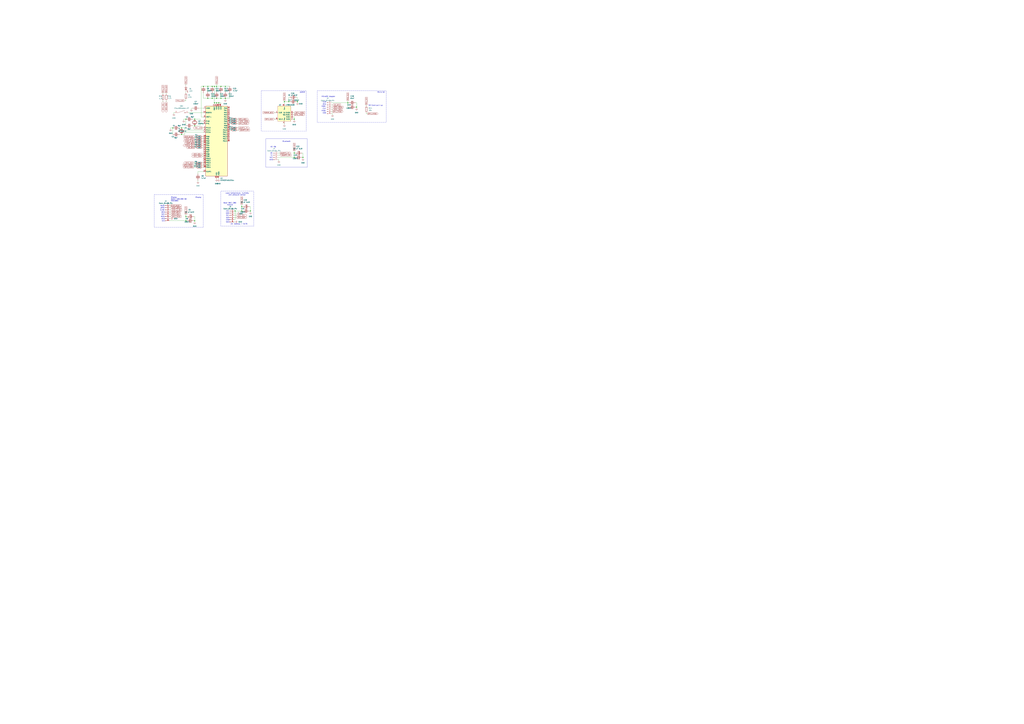
<source format=kicad_sch>
(kicad_sch (version 20250114) (generator "eeschema") (generator_version "9.0")
  (paper "A0")
  (title_block (title "Rainforest - Libre Weather Station") (company "Shakti Lucidia") (comment 1 "AGPLv3+"))
  (lib_symbols
    (symbol "Connector:Conn_01x04_Pin" (pin_names (offset 1.016) (hide yes))
      (property "Reference" "J" (at 0 5.08 0))
      (property "Value" "Conn_01x04_Pin" (at 0 -7.62 0))
      (symbol "Conn_01x04_Pin_1_1"
        (rectangle (start 0.8636 2.667) (end 0 2.413) (stroke (width 0.1524)) (fill (type outline)))
        (rectangle (start 0.8636 0.127) (end 0 -0.127) (stroke (width 0.1524)) (fill (type outline)))
        (rectangle (start 0.8636 -2.413) (end 0 -2.667) (stroke (width 0.1524)) (fill (type outline)))
        (rectangle (start 0.8636 -4.953) (end 0 -5.207) (stroke (width 0.1524)) (fill (type outline)))
        (polyline (pts (xy 1.27 2.54) (xy 0.8636 2.54)) (stroke (width 0.1524)))
        (polyline (pts (xy 1.27 0) (xy 0.8636 0)) (stroke (width 0.1524)))
        (polyline (pts (xy 1.27 -2.54) (xy 0.8636 -2.54)) (stroke (width 0.1524)))
        (polyline (pts (xy 1.27 -5.08) (xy 0.8636 -5.08)) (stroke (width 0.1524)))
        (pin passive line (at 5.08 2.54 180) (length 3.81) (name "Pin_1") (number "1"))
        (pin passive line (at 5.08 0 180) (length 3.81) (name "Pin_2") (number "2"))
        (pin passive line (at 5.08 -2.54 180) (length 3.81) (name "Pin_3") (number "3"))
        (pin passive line (at 5.08 -5.08 180) (length 3.81) (name "Pin_4") (number "4"))
      )
    )
    (symbol "Connector:Conn_01x06_Pin" (pin_names (offset 1.016) (hide yes))
      (property "Reference" "J" (at 0 7.62 0))
      (property "Value" "Conn_01x06_Pin" (at 0 -10.16 0))
      (symbol "Conn_01x06_Pin_1_1"
        (rectangle (start 0.8636 5.207) (end 0 4.953) (stroke (width 0.1524)) (fill (type outline)))
        (rectangle (start 0.8636 2.667) (end 0 2.413) (stroke (width 0.1524)) (fill (type outline)))
        (rectangle (start 0.8636 0.127) (end 0 -0.127) (stroke (width 0.1524)) (fill (type outline)))
        (rectangle (start 0.8636 -2.413) (end 0 -2.667) (stroke (width 0.1524)) (fill (type outline)))
        (rectangle (start 0.8636 -4.953) (end 0 -5.207) (stroke (width 0.1524)) (fill (type outline)))
        (rectangle (start 0.8636 -7.493) (end 0 -7.747) (stroke (width 0.1524)) (fill (type outline)))
        (polyline (pts (xy 1.27 5.08) (xy 0.8636 5.08)) (stroke (width 0.1524)))
        (polyline (pts (xy 1.27 2.54) (xy 0.8636 2.54)) (stroke (width 0.1524)))
        (polyline (pts (xy 1.27 0) (xy 0.8636 0)) (stroke (width 0.1524)))
        (polyline (pts (xy 1.27 -2.54) (xy 0.8636 -2.54)) (stroke (width 0.1524)))
        (polyline (pts (xy 1.27 -5.08) (xy 0.8636 -5.08)) (stroke (width 0.1524)))
        (polyline (pts (xy 1.27 -7.62) (xy 0.8636 -7.62)) (stroke (width 0.1524)))
        (pin passive line (at 5.08 5.08 180) (length 3.81) (name "Pin_1") (number "1"))
        (pin passive line (at 5.08 2.54 180) (length 3.81) (name "Pin_2") (number "2"))
        (pin passive line (at 5.08 0 180) (length 3.81) (name "Pin_3") (number "3"))
        (pin passive line (at 5.08 -2.54 180) (length 3.81) (name "Pin_4") (number "4"))
        (pin passive line (at 5.08 -5.08 180) (length 3.81) (name "Pin_5") (number "5"))
        (pin passive line (at 5.08 -7.62 180) (length 3.81) (name "Pin_6") (number "6"))
      )
    )
    (symbol "Connector:Conn_01x08_Pin" (pin_names (offset 1.016) (hide yes))
      (property "Reference" "J" (at 0 10.16 0))
      (property "Value" "Conn_01x08_Pin" (at 0 -12.7 0))
      (symbol "Conn_01x08_Pin_1_1"
        (rectangle (start 0.8636 7.747) (end 0 7.493) (stroke (width 0.1524)) (fill (type outline)))
        (rectangle (start 0.8636 5.207) (end 0 4.953) (stroke (width 0.1524)) (fill (type outline)))
        (rectangle (start 0.8636 2.667) (end 0 2.413) (stroke (width 0.1524)) (fill (type outline)))
        (rectangle (start 0.8636 0.127) (end 0 -0.127) (stroke (width 0.1524)) (fill (type outline)))
        (rectangle (start 0.8636 -2.413) (end 0 -2.667) (stroke (width 0.1524)) (fill (type outline)))
        (rectangle (start 0.8636 -4.953) (end 0 -5.207) (stroke (width 0.1524)) (fill (type outline)))
        (rectangle (start 0.8636 -7.493) (end 0 -7.747) (stroke (width 0.1524)) (fill (type outline)))
        (rectangle (start 0.8636 -10.033) (end 0 -10.287) (stroke (width 0.1524)) (fill (type outline)))
        (polyline (pts (xy 1.27 7.62) (xy 0.8636 7.62)) (stroke (width 0.1524)))
        (polyline (pts (xy 1.27 5.08) (xy 0.8636 5.08)) (stroke (width 0.1524)))
        (polyline (pts (xy 1.27 2.54) (xy 0.8636 2.54)) (stroke (width 0.1524)))
        (polyline (pts (xy 1.27 0) (xy 0.8636 0)) (stroke (width 0.1524)))
        (polyline (pts (xy 1.27 -2.54) (xy 0.8636 -2.54)) (stroke (width 0.1524)))
        (polyline (pts (xy 1.27 -5.08) (xy 0.8636 -5.08)) (stroke (width 0.1524)))
        (polyline (pts (xy 1.27 -7.62) (xy 0.8636 -7.62)) (stroke (width 0.1524)))
        (polyline (pts (xy 1.27 -10.16) (xy 0.8636 -10.16)) (stroke (width 0.1524)))
        (pin passive line (at 5.08 7.62 180) (length 3.81) (name "Pin_1") (number "1"))
        (pin passive line (at 5.08 5.08 180) (length 3.81) (name "Pin_2") (number "2"))
        (pin passive line (at 5.08 2.54 180) (length 3.81) (name "Pin_3") (number "3"))
        (pin passive line (at 5.08 0 180) (length 3.81) (name "Pin_4") (number "4"))
        (pin passive line (at 5.08 -2.54 180) (length 3.81) (name "Pin_5") (number "5"))
        (pin passive line (at 5.08 -5.08 180) (length 3.81) (name "Pin_6") (number "6"))
        (pin passive line (at 5.08 -7.62 180) (length 3.81) (name "Pin_7") (number "7"))
        (pin passive line (at 5.08 -10.16 180) (length 3.81) (name "Pin_8") (number "8"))
      )
    )
    (symbol "Device:C" (pin_numbers (hide yes)) (pin_names (offset 0.254))
      (property "Reference" "C" (at 0.635 2.54 0))
      (property "Value" "C" (at 0.635 -2.54 0))
      (symbol "C_0_1"
        (polyline (pts (xy -2.032 0.762) (xy 2.032 0.762)) (stroke (width 0.508)))
        (polyline (pts (xy -2.032 -0.762) (xy 2.032 -0.762)) (stroke (width 0.508)))
      )
      (symbol "C_1_1"
        (pin passive line (at 0 3.81 270) (length 2.794) (name "~") (number "1"))
        (pin passive line (at 0 -3.81 90) (length 2.794) (name "~") (number "2"))
      )
    )
    (symbol "Device:C_Polarized" (pin_numbers (hide yes)) (pin_names (offset 0.254))
      (property "Reference" "C" (at 0.635 2.54 0))
      (property "Value" "C_Polarized" (at 0.635 -2.54 0))
      (symbol "C_Polarized_0_1"
        (rectangle (start -2.286 0.508) (end 2.286 1.016))
        (polyline (pts (xy -1.778 2.286) (xy -0.762 2.286)))
        (polyline (pts (xy -1.27 2.794) (xy -1.27 1.778)))
        (rectangle (start 2.286 -0.508) (end -2.286 -1.016) (fill (type outline)))
      )
      (symbol "C_Polarized_1_1"
        (pin passive line (at 0 3.81 270) (length 2.794) (name "~") (number "1"))
        (pin passive line (at 0 -3.81 90) (length 2.794) (name "~") (number "2"))
      )
    )
    (symbol "Device:CircuitBreaker_1P"
      (property "Reference" "CB" (at 1.905 0 0))
      (property "Value" "CircuitBreaker_1P" (at 1.905 1.905 0))
      (symbol "CircuitBreaker_1P_0_1"
        (polyline (pts (xy 0 -3.81) (xy -2.54 3.81)))
        (polyline (pts (xy 0 -5.08) (xy 0 -3.81)))
      )
      (symbol "CircuitBreaker_1P_1_1"
        (polyline (pts (xy -0.635 4.445) (xy 0.635 3.175)))
        (polyline (pts (xy 0 5.08) (xy 0 3.81)))
        (polyline (pts (xy 0.635 4.445) (xy -0.635 3.175)))
        (pin passive line (at 0 7.62 270) (length 2.54) (name "~") (number "1"))
        (pin passive line (at 0 -7.62 90) (length 2.54) (name "~") (number "2"))
      )
    )
    (symbol "Device:Crystal" (pin_numbers (hide yes)) (pin_names (offset 1.016) (hide yes))
      (property "Reference" "Y" (at 0 3.81 0))
      (property "Value" "Crystal" (at 0 -3.81 0))
      (symbol "Crystal_0_1"
        (polyline (pts (xy -2.54 0) (xy -1.905 0)))
        (polyline (pts (xy -1.905 -1.27) (xy -1.905 1.27)) (stroke (width 0.508)))
        (rectangle (start -1.143 2.54) (end 1.143 -2.54) (stroke (width 0.3048)))
        (polyline (pts (xy 1.905 -1.27) (xy 1.905 1.27)) (stroke (width 0.508)))
        (polyline (pts (xy 2.54 0) (xy 1.905 0)))
      )
      (symbol "Crystal_1_1"
        (pin passive line (at -3.81 0 0) (length 1.27) (name "1") (number "1"))
        (pin passive line (at 3.81 0 180) (length 1.27) (name "2") (number "2"))
      )
    )
    (symbol "Device:LED" (pin_numbers (hide yes)) (pin_names (offset 1.016) (hide yes))
      (property "Reference" "D" (at 0 2.54 0))
      (property "Value" "LED" (at 0 -2.54 0))
      (symbol "LED_0_1"
        (polyline (pts (xy -3.048 -0.762) (xy -4.572 -2.286) (xy -3.81 -2.286) (xy -4.572 -2.286) (xy -4.572 -1.524)))
        (polyline (pts (xy -1.778 -0.762) (xy -3.302 -2.286) (xy -2.54 -2.286) (xy -3.302 -2.286) (xy -3.302 -1.524)))
        (polyline (pts (xy -1.27 0) (xy 1.27 0)))
        (polyline (pts (xy -1.27 -1.27) (xy -1.27 1.27)) (stroke (width 0.254)))
        (polyline (pts (xy 1.27 -1.27) (xy 1.27 1.27) (xy -1.27 0) (xy 1.27 -1.27)) (stroke (width 0.254)))
      )
      (symbol "LED_1_1"
        (pin passive line (at -3.81 0 0) (length 2.54) (name "K") (number "1"))
        (pin passive line (at 3.81 0 180) (length 2.54) (name "A") (number "2"))
      )
    )
    (symbol "Device:R" (pin_numbers (hide yes)) (pin_names (offset 0))
      (property "Reference" "R" (at 2.032 0 90))
      (property "Value" "R" (at 0 0 90))
      (symbol "R_0_1"
        (rectangle (start -1.016 -2.54) (end 1.016 2.54) (stroke (width 0.254)))
      )
      (symbol "R_1_1"
        (pin passive line (at 0 3.81 270) (length 1.27) (name "~") (number "1"))
        (pin passive line (at 0 -3.81 90) (length 1.27) (name "~") (number "2"))
      )
    )
    (symbol "GND_1" (power) (pin_numbers (hide yes)) (pin_names (offset 0) (hide yes))
      (property "Value" "GND" (at 0 -3.81 0))
      (symbol "GND_1_0_1"
        (polyline (pts (xy 0 0) (xy 0 -1.27) (xy 1.27 -1.27) (xy 0 -2.54) (xy -1.27 -1.27) (xy 0 -1.27)))
      )
      (symbol "GND_1_1_1"
        (pin power_in line (at 0 0 270) (length 0) (name "~") (number "1"))
      )
    )
    (symbol "GND_2" (power) (pin_numbers (hide yes)) (pin_names (offset 0) (hide yes))
      (property "Value" "GND" (at 0 -3.81 0))
      (symbol "GND_2_0_1"
        (polyline (pts (xy 0 0) (xy 0 -1.27) (xy 1.27 -1.27) (xy 0 -2.54) (xy -1.27 -1.27) (xy 0 -1.27)))
      )
      (symbol "GND_2_1_1"
        (pin power_in line (at 0 0 270) (length 0) (name "~") (number "1"))
      )
    )
    (symbol "GND_3" (power) (pin_numbers (hide yes)) (pin_names (offset 0) (hide yes))
      (property "Value" "GND" (at 0 -3.81 0))
      (symbol "GND_3_0_1"
        (polyline (pts (xy 0 0) (xy 0 -1.27) (xy 1.27 -1.27) (xy 0 -2.54) (xy -1.27 -1.27) (xy 0 -1.27)))
      )
      (symbol "GND_3_1_1"
        (pin power_in line (at 0 0 270) (length 0) (name "~") (number "1"))
      )
    )
    (symbol "MCU_ST_STM32F4:STM32F401CCUx"
      (property "Reference" "U" (at -12.7 41.91 0))
      (property "Value" "STM32F401CCUx" (at 7.62 41.91 0))
      (symbol "STM32F401CCUx_0_1"
        (rectangle (start -12.7 -40.64) (end 12.7 40.64) (stroke (width 0.254)) (fill (type background)))
      )
      (symbol "STM32F401CCUx_1_1"
        (pin input line (at -15.24 38.1 0) (length 2.54) (name "NRST") (number "7"))
        (pin input line (at -15.24 33.02 0) (length 2.54) (name "BOOT0") (number "44"))
        (pin input line (at -15.24 27.94 0) (length 2.54) (name "VREF+") (number "9"))
        (pin bidirectional line (at -15.24 22.86 0) (length 2.54) (name "PH0") (number "5"))
        (pin bidirectional line (at -15.24 20.32 0) (length 2.54) (name "PH1") (number "6"))
        (pin bidirectional line (at -15.24 15.24 0) (length 2.54) (name "PC13") (number "2"))
        (pin bidirectional line (at -15.24 12.7 0) (length 2.54) (name "PC14") (number "3"))
        (pin bidirectional line (at -15.24 10.16 0) (length 2.54) (name "PC15") (number "4"))
        (pin bidirectional line (at -15.24 5.08 0) (length 2.54) (name "PB0") (number "18"))
        (pin bidirectional line (at -15.24 2.54 0) (length 2.54) (name "PB1") (number "19"))
        (pin bidirectional line (at -15.24 0 0) (length 2.54) (name "PB2") (number "20"))
        (pin bidirectional line (at -15.24 -2.54 0) (length 2.54) (name "PB3") (number "39"))
        (pin bidirectional line (at -15.24 -5.08 0) (length 2.54) (name "PB4") (number "40"))
        (pin bidirectional line (at -15.24 -7.62 0) (length 2.54) (name "PB5") (number "41"))
        (pin bidirectional line (at -15.24 -10.16 0) (length 2.54) (name "PB6") (number "42"))
        (pin bidirectional line (at -15.24 -12.7 0) (length 2.54) (name "PB7") (number "43"))
        (pin bidirectional line (at -15.24 -15.24 0) (length 2.54) (name "PB8") (number "45"))
        (pin bidirectional line (at -15.24 -17.78 0) (length 2.54) (name "PB9") (number "46"))
        (pin bidirectional line (at -15.24 -20.32 0) (length 2.54) (name "PB10") (number "21"))
        (pin bidirectional line (at -15.24 -22.86 0) (length 2.54) (name "PB12") (number "25"))
        (pin bidirectional line (at -15.24 -25.4 0) (length 2.54) (name "PB13") (number "26"))
        (pin bidirectional line (at -15.24 -27.94 0) (length 2.54) (name "PB14") (number "27"))
        (pin bidirectional line (at -15.24 -30.48 0) (length 2.54) (name "PB15") (number "28"))
        (pin power_out line (at -15.24 -35.56 0) (length 2.54) (name "VCAP1") (number "22"))
        (pin power_in line (at -2.54 43.18 270) (length 2.54) (name "VBAT") (number "1"))
        (pin power_in line (at 0 43.18 270) (length 2.54) (name "VDD") (number "24"))
        (pin power_in line (at 0 -43.18 90) (length 2.54) (name "VSS") (number "23"))
        (pin passive line (at 0 -43.18 90) (length 2.54) (hide yes) (name "VSS") (number "35"))
        (pin passive line (at 0 -43.18 90) (length 2.54) (hide yes) (name "VSS") (number "47"))
        (pin passive line (at 0 -43.18 90) (length 2.54) (hide yes) (name "VSS") (number "49"))
        (pin power_in line (at 2.54 43.18 270) (length 2.54) (name "VDD") (number "36"))
        (pin power_in line (at 2.54 -43.18 90) (length 2.54) (name "VSSA") (number "8"))
        (pin power_in line (at 5.08 43.18 270) (length 2.54) (name "VDD") (number "48"))
        (pin bidirectional line (at 15.24 38.1 180) (length 2.54) (name "PA0") (number "10"))
        (pin bidirectional line (at 15.24 35.56 180) (length 2.54) (name "PA1") (number "11"))
        (pin bidirectional line (at 15.24 33.02 180) (length 2.54) (name "PA2") (number "12"))
        (pin bidirectional line (at 15.24 30.48 180) (length 2.54) (name "PA3") (number "13"))
        (pin bidirectional line (at 15.24 27.94 180) (length 2.54) (name "PA4") (number "14"))
        (pin bidirectional line (at 15.24 25.4 180) (length 2.54) (name "PA5") (number "15"))
        (pin bidirectional line (at 15.24 22.86 180) (length 2.54) (name "PA6") (number "16"))
        (pin bidirectional line (at 15.24 20.32 180) (length 2.54) (name "PA7") (number "17"))
        (pin bidirectional line (at 15.24 17.78 180) (length 2.54) (name "PA8") (number "29"))
        (pin bidirectional line (at 15.24 15.24 180) (length 2.54) (name "PA9") (number "30"))
        (pin bidirectional line (at 15.24 12.7 180) (length 2.54) (name "PA10") (number "31"))
        (pin bidirectional line (at 15.24 10.16 180) (length 2.54) (name "PA11") (number "32"))
        (pin bidirectional line (at 15.24 7.62 180) (length 2.54) (name "PA12") (number "33"))
        (pin bidirectional line (at 15.24 5.08 180) (length 2.54) (name "PA13") (number "34"))
        (pin bidirectional line (at 15.24 2.54 180) (length 2.54) (name "PA14") (number "37"))
        (pin bidirectional line (at 15.24 0 180) (length 2.54) (name "PA15") (number "38"))
      )
    )
    (symbol "power:GND" (power) (pin_names (offset 0))
      (property "Value" "GND" (at 0 -3.81 0))
      (symbol "GND_0_1"
        (polyline (pts (xy 0 0) (xy 0 -1.27) (xy 1.27 -1.27) (xy 0 -2.54) (xy -1.27 -1.27) (xy 0 -1.27)))
      )
      (symbol "GND_1_1"
        (pin power_in line (at 0 0 270) (length 0) (hide yes) (name "GND") (number "1"))
      )
    )
    (symbol "shakti library:LY68L6400" (pin_names (offset 1.016))
      (property "Reference" "U" (at 1.27 -3.81 0))
      (property "Value" "LY68L6400" (at 0 -10.16 0))
      (symbol "LY68L6400_0_1"
        (rectangle (start -7.62 -5.08) (end 7.62 -22.86) (fill (type background)))
      )
      (symbol "LY68L6400_1_1"
        (pin input line (at -10.16 -12.7 0) (length 2.54) (name "CE#") (number "1"))
        (pin input line (at -10.16 -20.32 0) (length 2.54) (name "SCLK") (number "6"))
        (pin power_in line (at 0 -2.54 270) (length 2.54) (name "Vcc") (number "8"))
        (pin power_in line (at 0 -25.4 90) (length 2.54) (name "Vss") (number "4"))
        (pin bidirectional line (at 10.16 -12.7 180) (length 2.54) (name "SI/SIO0") (number "5"))
        (pin bidirectional line (at 10.16 -15.24 180) (length 2.54) (name "SO/SIO1") (number "2"))
        (pin bidirectional line (at 10.16 -17.78 180) (length 2.54) (name "SIO2") (number "3"))
        (pin bidirectional line (at 10.16 -20.32 180) (length 2.54) (name "SIO3") (number "7"))
      )
    )
  )
  (rectangle (start 179.07 226.06) (end 236.22 264.16) (stroke (width 0) (type dash)))
  (rectangle (start 256.54 222.25) (end 294.64 262.89) (stroke (width 0) (type dash)))
  (rectangle (start 308.61 161.29) (end 356.87 194.31))
  (rectangle (start 368.3 105.41) (end 448.31 142.24) (stroke (width 0) (type dash)))
  (rectangle (start 303.53 105.41) (end 355.6 152.4) (stroke (width 0) (type dash)))
  (text "VCC" (at 314.96 183.134 0) (effects (font (size 1.27 1.27))))
  (text "SDA" (at 264.414 252.984 0) (effects (font (size 1.27 1.27))))
  (text "MISO" (at 373.38 129.54 0) (effects (font (size 1.27 1.27)) (justify left bottom)))
  (text "MOSI" (at 373.38 124.46 0) (effects (font (size 1.27 1.27)) (justify left bottom)))
  (text "Local temperature, humidity\nand pressure sensor" (at 275.336 225.552 0) (effects (font (size 1.27 1.27))))
  (text "#CS" (at 374.65 121.92 0) (effects (font (size 1.27 1.27)) (justify left bottom)))
  (text "VCC" (at 187.706 257.556 0) (effects (font (size 1.27 1.27)) (justify left bottom)))
  (text "GND" (at 374.65 132.08 0) (effects (font (size 1.27 1.27)) (justify left bottom)))
  (text "RX" (at 315.214 178.054 0) (effects (font (size 1.27 1.27))))
  (text "SCK" (at 187.452 249.936 0) (effects (font (size 1.27 1.27)) (justify left bottom)))
  (text "GND" (at 187.452 255.016 0) (effects (font (size 1.27 1.27)) (justify left bottom)))
  (text "TX" (at 315.214 180.594 0) (effects (font (size 1.27 1.27))))
  (text "Bosh BME-280\nmodule" (at 266.954 236.982 0) (effects (font (size 1.27 1.27))))
  (text "MOSI" (at 186.69 252.476 0) (effects (font (size 1.27 1.27)) (justify left bottom)))
  (text "3.3V" (at 374.65 119.38 0) (effects (font (size 1.27 1.27)) (justify left bottom)))
  (text "#RST" (at 186.436 242.316 0) (effects (font (size 1.27 1.27)) (justify left bottom)))
  (text "BUSY" (at 186.436 239.776 0) (effects (font (size 1.27 1.27)) (justify left bottom)))
  (text "D/#C" (at 185.928 244.856 0) (effects (font (size 1.27 1.27)) (justify left bottom)))
  (text "MicroSD Adapter" (at 373.38 113.03 0) (effects (font (size 1.27 1.27)) (justify left bottom)))
  (text "CLK" (at 374.65 127 0) (effects (font (size 1.27 1.27)) (justify left bottom)))
  (text "#CS" (at 187.452 247.396 0) (effects (font (size 1.27 1.27)) (justify left bottom)))
  (text "GND" (at 264.16 247.904 0) (effects (font (size 1.27 1.27))))
  (text "I2C Address = 0x76" (at 277.368 260.35 0) (effects (font (size 1.27 1.27))))
  (text "SD Card pull-up" (at 427.99 123.19 0) (effects (font (size 1.27 1.27)) (justify left bottom)))
  (text "Display\nWeAct 400x300 BW\nSSD1683" (at 198.374 234.188 0) (effects (font (size 1.27 1.27)) (justify left bottom)))
  (text "SCL" (at 264.414 250.444 0) (effects (font (size 1.27 1.27))))
  (text "SDO" (at 264.414 258.064 0) (effects (font (size 1.27 1.27))))
  (text "Display" (at 226.822 230.124 0) (effects (font (size 1.27 1.27)) (justify left bottom)))
  (text "CSB" (at 264.414 255.524 0) (effects (font (size 1.27 1.27))))
  (text "HC-06" (at 317.246 170.688 0) (effects (font (size 1.27 1.27))))
  (text "GND" (at 314.96 185.674 0) (effects (font (size 1.27 1.27))))
  (text "pSRAM" (at 347.98 107.95 0) (effects (font (size 1.27 1.27)) (justify left bottom)))
  (text "Micro SD" (at 438.15 107.95 0) (effects (font (size 1.27 1.27)) (justify left bottom)))
  (text "VCC" (at 264.16 245.364 0) (effects (font (size 1.27 1.27))))
  (text "Bluetooth" (at 332.74 164.338 0) (effects (font (size 1.27 1.27))))
  (junction (at 236.22 100.33))
  (junction (at 226.06 256.54))
  (junction (at 290.83 245.11))
  (junction (at 215.9 256.54))
  (junction (at 341.63 138.43))
  (junction (at 256.54 100.33))
  (junction (at 341.63 182.88))
  (junction (at 273.05 245.11))
  (junction (at 330.2 118.11))
  (junction (at 261.62 114.3))
  (junction (at 215.9 138.43))
  (junction (at 241.3 100.33))
  (junction (at 414.02 124.46))
  (junction (at 254 119.38))
  (junction (at 345.44 118.11))
  (junction (at 280.67 240.03))
  (junction (at 351.79 182.88))
  (junction (at 226.06 138.43))
  (junction (at 248.92 119.38))
  (junction (at 403.86 119.38))
  (junction (at 210.82 156.21))
  (junction (at 251.46 114.3))
  (junction (at 251.46 119.38))
  (junction (at 261.62 100.33))
  (junction (at 335.28 118.11))
  (junction (at 200.66 148.59))
  (junction (at 248.92 100.33))
  (junction (at 280.67 245.11))
  (junction (at 341.63 177.8))
  (junction (at 215.9 251.46))
  (junction (at 241.3 114.3))
  (junction (at 246.38 114.3))
  (junction (at 256.54 114.3))
  (junction (at 251.46 100.33))
  (junction (at 210.82 148.59))
  (junction (at 246.38 100.33))
  (junction (at 226.06 146.05))
  (wire (pts (xy 236.22 143.51) (xy 232.41 143.51)))
  (wire (pts (xy 414.02 119.38) (xy 412.75 119.38)))
  (wire (pts (xy 198.12 148.59) (xy 200.66 148.59)))
  (wire (pts (xy 215.9 116.84) (xy 215.9 115.57)))
  (wire (pts (xy 241.3 114.3) (xy 246.38 114.3)))
  (wire (pts (xy 403.86 119.38) (xy 403.86 116.84)))
  (wire (pts (xy 208.28 148.59) (xy 210.82 148.59)))
  (wire (pts (xy 236.22 114.3) (xy 241.3 114.3)))
  (wire (pts (xy 403.86 119.38) (xy 405.13 119.38)))
  (wire (pts (xy 414.02 124.46) (xy 414.02 119.38)))
  (wire (pts (xy 236.22 140.97) (xy 232.41 140.97)))
  (wire (pts (xy 384.81 124.46) (xy 386.08 124.46)))
  (wire (pts (xy 340.36 133.35) (xy 341.63 133.35)))
  (wire (pts (xy 215.9 251.46) (xy 215.9 248.92)))
  (wire (pts (xy 241.3 100.33) (xy 246.38 100.33)))
  (wire (pts (xy 229.87 199.39) (xy 236.22 199.39)))
  (wire (pts (xy 266.7 148.59) (xy 267.97 148.59)))
  (wire (pts (xy 425.45 121.92) (xy 425.45 123.19)))
  (wire (pts (xy 201.93 132.08) (xy 201.93 130.81)))
  (wire (pts (xy 234.95 161.29) (xy 236.22 161.29)))
  (wire (pts (xy 341.63 177.8) (xy 341.63 182.88)))
  (wire (pts (xy 196.85 248.92) (xy 198.12 248.92)))
  (wire (pts (xy 290.83 240.03) (xy 289.56 240.03)))
  (wire (pts (xy 226.06 166.37) (xy 227.33 166.37)))
  (wire (pts (xy 273.05 245.11) (xy 280.67 245.11)))
  (wire (pts (xy 345.44 118.11) (xy 344.17 118.11)))
  (wire (pts (xy 251.46 100.33) (xy 256.54 100.33)))
  (wire (pts (xy 214.63 148.59) (xy 210.82 148.59)))
  (wire (pts (xy 351.79 182.88) (xy 350.52 182.88)))
  (wire (pts (xy 233.68 100.33) (xy 233.68 135.89)))
  (wire (pts (xy 351.79 177.8) (xy 351.79 182.88)))
  (wire (pts (xy 234.95 158.75) (xy 236.22 158.75)))
  (wire (pts (xy 341.63 177.8) (xy 342.9 177.8)))
  (wire (pts (xy 201.93 130.81) (xy 203.2 130.81)))
  (wire (pts (xy 322.58 177.8) (xy 325.12 177.8)))
  (wire (pts (xy 275.59 143.51) (xy 276.86 143.51)))
  (wire (pts (xy 290.83 245.11) (xy 289.56 245.11)))
  (wire (pts (xy 322.58 180.34) (xy 325.12 180.34)))
  (wire (pts (xy 266.7 151.13) (xy 267.97 151.13)))
  (wire (pts (xy 341.63 139.7) (xy 341.63 138.43)))
  (wire (pts (xy 229.87 209.55) (xy 229.87 210.82)))
  (wire (pts (xy 256.54 100.33) (xy 261.62 100.33)))
  (wire (pts (xy 254 207.01) (xy 254 208.28)))
  (wire (pts (xy 231.14 125.73) (xy 236.22 125.73)))
  (wire (pts (xy 232.41 140.97) (xy 232.41 138.43)))
  (wire (pts (xy 251.46 97.79) (xy 251.46 100.33)))
  (wire (pts (xy 425.45 132.08) (xy 426.72 132.08)))
  (wire (pts (xy 215.9 106.68) (xy 215.9 107.95)))
  (wire (pts (xy 232.41 143.51) (xy 232.41 146.05)))
  (wire (pts (xy 281.94 245.11) (xy 280.67 245.11)))
  (wire (pts (xy 345.44 119.38) (xy 345.44 118.11)))
  (wire (pts (xy 351.79 182.88) (xy 351.79 184.15)))
  (wire (pts (xy 248.92 119.38) (xy 251.46 119.38)))
  (wire (pts (xy 251.46 114.3) (xy 256.54 114.3)))
  (wire (pts (xy 322.58 182.88) (xy 341.63 182.88)))
  (wire (pts (xy 234.95 194.31) (xy 236.22 194.31)))
  (wire (pts (xy 232.41 146.05) (xy 226.06 146.05)))
  (wire (pts (xy 196.85 241.3) (xy 198.12 241.3)))
  (wire (pts (xy 271.78 247.65) (xy 275.59 247.65)))
  (wire (pts (xy 196.85 254) (xy 198.12 254)))
  (wire (pts (xy 222.25 127) (xy 222.25 125.73)))
  (wire (pts (xy 241.3 100.33) (xy 241.3 106.68)))
  (wire (pts (xy 215.9 138.43) (xy 215.9 146.05)))
  (wire (pts (xy 351.79 177.8) (xy 350.52 177.8)))
  (wire (pts (xy 340.36 130.81) (xy 341.63 130.81)))
  (wire (pts (xy 266.7 143.51) (xy 267.97 143.51)))
  (wire (pts (xy 214.63 116.84) (xy 215.9 116.84)))
  (wire (pts (xy 248.92 100.33) (xy 251.46 100.33)))
  (wire (pts (xy 200.66 148.59) (xy 200.66 156.21)))
  (wire (pts (xy 226.06 168.91) (xy 227.33 168.91)))
  (wire (pts (xy 384.81 119.38) (xy 403.86 119.38)))
  (wire (pts (xy 386.08 133.35) (xy 386.08 132.08)))
  (wire (pts (xy 226.06 161.29) (xy 227.33 161.29)))
  (wire (pts (xy 386.08 132.08) (xy 384.81 132.08)))
  (wire (pts (xy 322.58 185.42) (xy 323.85 185.42)))
  (wire (pts (xy 251.46 207.01) (xy 251.46 208.28)))
  (wire (pts (xy 271.78 250.19) (xy 274.32 250.19)))
  (wire (pts (xy 275.59 151.13) (xy 276.86 151.13)))
  (wire (pts (xy 234.95 171.45) (xy 236.22 171.45)))
  (wire (pts (xy 280.67 240.03) (xy 280.67 237.49)))
  (wire (pts (xy 330.2 118.11) (xy 335.28 118.11)))
  (wire (pts (xy 226.06 251.46) (xy 226.06 256.54)))
  (wire (pts (xy 384.81 129.54) (xy 386.08 129.54)))
  (wire (pts (xy 213.36 138.43) (xy 215.9 138.43)))
  (wire (pts (xy 271.78 255.27) (xy 273.05 255.27)))
  (wire (pts (xy 226.06 251.46) (xy 224.79 251.46)))
  (wire (pts (xy 234.95 189.23) (xy 236.22 189.23)))
  (wire (pts (xy 234.95 168.91) (xy 236.22 168.91)))
  (wire (pts (xy 236.22 153.67) (xy 214.63 153.67)))
  (wire (pts (xy 214.63 156.21) (xy 210.82 156.21)))
  (wire (pts (xy 336.55 113.03) (xy 335.28 113.03)))
  (wire (pts (xy 196.85 256.54) (xy 215.9 256.54)))
  (wire (pts (xy 236.22 100.33) (xy 241.3 100.33)))
  (wire (pts (xy 215.9 97.79) (xy 215.9 99.06)))
  (wire (pts (xy 261.62 100.33) (xy 261.62 106.68)))
  (wire (pts (xy 425.45 130.81) (xy 425.45 132.08)))
  (wire (pts (xy 234.95 166.37) (xy 236.22 166.37)))
  (wire (pts (xy 215.9 251.46) (xy 215.9 256.54)))
  (wire (pts (xy 412.75 124.46) (xy 414.02 124.46)))
  (wire (pts (xy 290.83 245.11) (xy 290.83 246.38)))
  (wire (pts (xy 224.79 191.77) (xy 227.33 191.77)))
  (wire (pts (xy 248.92 119.38) (xy 248.92 120.65)))
  (wire (pts (xy 261.62 100.33) (xy 266.7 100.33)))
  (wire (pts (xy 342.9 182.88) (xy 341.63 182.88)))
  (wire (pts (xy 290.83 240.03) (xy 290.83 245.11)))
  (wire (pts (xy 271.78 257.81) (xy 273.05 257.81)))
  (wire (pts (xy 234.95 179.07) (xy 236.22 179.07)))
  (wire (pts (xy 254 119.38) (xy 254 120.65)))
  (wire (pts (xy 223.52 138.43) (xy 226.06 138.43)))
  (wire (pts (xy 256.54 107.95) (xy 256.54 114.3)))
  (wire (pts (xy 246.38 114.3) (xy 251.46 114.3)))
  (wire (pts (xy 254 119.38) (xy 256.54 119.38)))
  (wire (pts (xy 330.2 116.84) (xy 330.2 118.11)))
  (wire (pts (xy 318.77 130.81) (xy 320.04 130.81)))
  (wire (pts (xy 275.59 140.97) (xy 276.86 140.97)))
  (wire (pts (xy 234.95 148.59) (xy 236.22 148.59)))
  (wire (pts (xy 208.28 156.21) (xy 210.82 156.21)))
  (wire (pts (xy 214.63 153.67) (xy 214.63 156.21)))
  (wire (pts (xy 218.44 130.81) (xy 236.22 130.81)))
  (wire (pts (xy 280.67 240.03) (xy 280.67 245.11)))
  (wire (pts (xy 196.85 243.84) (xy 198.12 243.84)))
  (wire (pts (xy 193.04 116.84) (xy 193.04 118.11)))
  (wire (pts (xy 280.67 240.03) (xy 281.94 240.03)))
  (wire (pts (xy 275.59 138.43) (xy 276.86 138.43)))
  (wire (pts (xy 341.63 177.8) (xy 341.63 175.26)))
  (wire (pts (xy 234.95 191.77) (xy 236.22 191.77)))
  (wire (pts (xy 266.7 138.43) (xy 267.97 138.43)))
  (wire (pts (xy 198.12 149.86) (xy 198.12 148.59)))
  (wire (pts (xy 215.9 251.46) (xy 217.17 251.46)))
  (wire (pts (xy 318.77 138.43) (xy 320.04 138.43)))
  (wire (pts (xy 266.7 114.3) (xy 266.7 107.95)))
  (wire (pts (xy 341.63 135.89) (xy 340.36 135.89)))
  (wire (pts (xy 251.46 119.38) (xy 251.46 120.65)))
  (wire (pts (xy 196.85 251.46) (xy 198.12 251.46)))
  (wire (pts (xy 405.13 124.46) (xy 403.86 124.46)))
  (wire (pts (xy 271.78 245.11) (xy 273.05 245.11)))
  (wire (pts (xy 330.2 143.51) (xy 330.2 144.78)))
  (wire (pts (xy 341.63 138.43) (xy 341.63 135.89)))
  (wire (pts (xy 229.87 201.93) (xy 229.87 199.39)))
  (wire (pts (xy 266.7 140.97) (xy 267.97 140.97)))
  (wire (pts (xy 222.25 125.73) (xy 223.52 125.73)))
  (wire (pts (xy 232.41 138.43) (xy 226.06 138.43)))
  (wire (pts (xy 189.23 116.84) (xy 189.23 118.11)))
  (wire (pts (xy 335.28 118.11) (xy 336.55 118.11)))
  (wire (pts (xy 189.23 107.95) (xy 189.23 109.22)))
  (wire (pts (xy 234.95 163.83) (xy 236.22 163.83)))
  (wire (pts (xy 261.62 114.3) (xy 261.62 115.57)))
  (wire (pts (xy 246.38 107.95) (xy 246.38 114.3)))
  (wire (pts (xy 248.92 100.33) (xy 248.92 119.38)))
  (wire (pts (xy 256.54 119.38) (xy 256.54 120.65)))
  (wire (pts (xy 251.46 100.33) (xy 251.46 106.68)))
  (wire (pts (xy 236.22 151.13) (xy 214.63 151.13)))
  (wire (pts (xy 344.17 113.03) (xy 345.44 113.03)))
  (wire (pts (xy 196.85 246.38) (xy 198.12 246.38)))
  (wire (pts (xy 330.2 118.11) (xy 330.2 120.65)))
  (wire (pts (xy 345.44 113.03) (xy 345.44 118.11)))
  (wire (pts (xy 223.52 146.05) (xy 226.06 146.05)))
  (wire (pts (xy 233.68 100.33) (xy 236.22 100.33)))
  (wire (pts (xy 224.79 194.31) (xy 227.33 194.31)))
  (wire (pts (xy 226.06 171.45) (xy 227.33 171.45)))
  (wire (pts (xy 246.38 100.33) (xy 248.92 100.33)))
  (wire (pts (xy 226.06 256.54) (xy 226.06 257.81)))
  (wire (pts (xy 196.85 238.76) (xy 198.12 238.76)))
  (wire (pts (xy 256.54 114.3) (xy 261.62 114.3)))
  (wire (pts (xy 323.85 185.42) (xy 323.85 186.69)))
  (wire (pts (xy 193.04 107.95) (xy 193.04 109.22)))
  (wire (pts (xy 403.86 119.38) (xy 403.86 124.46)))
  (wire (pts (xy 236.22 107.95) (xy 236.22 114.3)))
  (wire (pts (xy 224.79 189.23) (xy 227.33 189.23)))
  (wire (pts (xy 234.95 181.61) (xy 236.22 181.61)))
  (wire (pts (xy 335.28 113.03) (xy 335.28 118.11)))
  (wire (pts (xy 226.06 158.75) (xy 227.33 158.75)))
  (wire (pts (xy 414.02 125.73) (xy 414.02 124.46)))
  (wire (pts (xy 217.17 256.54) (xy 215.9 256.54)))
  (wire (pts (xy 213.36 139.7) (xy 213.36 138.43)))
  (wire (pts (xy 226.06 163.83) (xy 227.33 163.83)))
  (wire (pts (xy 251.46 119.38) (xy 254 119.38)))
  (wire (pts (xy 275.59 148.59) (xy 276.86 148.59)))
  (wire (pts (xy 341.63 138.43) (xy 340.36 138.43)))
  (wire (pts (xy 384.81 121.92) (xy 386.08 121.92)))
  (wire (pts (xy 261.62 114.3) (xy 266.7 114.3)))
  (wire (pts (xy 226.06 256.54) (xy 224.79 256.54)))
  (wire (pts (xy 273.05 245.11) (xy 273.05 255.27)))
  (wire (pts (xy 214.63 151.13) (xy 214.63 148.59)))
  (wire (pts (xy 384.81 127) (xy 386.08 127)))
  (wire (pts (xy 271.78 252.73) (xy 274.32 252.73)))
  (wire (pts (xy 236.22 135.89) (xy 233.68 135.89)))
  (global_label "SPI1_MOSI" (shape input) (at 341.63 130.81 0) (property "Intersheetrefs" "${INTERSHEET_REFS}" (effects (hide yes))))
  (global_label "SPI2_MOSI" (shape input) (at 198.12 251.46 0) (property "Intersheetrefs" "${INTERSHEET_REFS}" (effects (hide yes))))
  (global_label "SPI1_MISO" (shape output) (at 341.63 133.35 0) (property "Intersheetrefs" "${INTERSHEET_REFS}" (effects (hide yes))))
  (global_label "SPI1_MOSI" (shape output) (at 276.86 143.51 0) (property "Intersheetrefs" "${INTERSHEET_REFS}" (effects (hide yes))))
  (global_label "I2C1_SDA" (shape bidirectional) (at 193.04 118.11 270) (property "Intersheetrefs" "${INTERSHEET_REFS}" (effects (hide yes))))
  (global_label "REG_3.3" (shape passive) (at 189.23 107.95 90) (property "Intersheetrefs" "${INTERSHEET_REFS}" (effects (hide yes))))
  (global_label "SPI1_SCK" (shape input) (at 318.77 138.43 180) (property "Intersheetrefs" "${INTERSHEET_REFS}" (effects (hide yes))))
  (global_label "DISP_#CS" (shape output) (at 226.06 166.37 180) (property "Intersheetrefs" "${INTERSHEET_REFS}" (effects (hide yes))))
  (global_label "I2C1_SCL" (shape bidirectional) (at 189.23 118.11 270) (property "Intersheetrefs" "${INTERSHEET_REFS}" (effects (hide yes))))
  (global_label "SPI2_SCK" (shape input) (at 198.12 248.92 0) (property "Intersheetrefs" "${INTERSHEET_REFS}" (effects (hide yes))))
  (global_label "USART1_RX" (shape input) (at 325.12 180.34 0) (property "Intersheetrefs" "${INTERSHEET_REFS}" (effects (hide yes))))
  (global_label "SPI2_SCK" (shape output) (at 224.79 189.23 180) (property "Intersheetrefs" "${INTERSHEET_REFS}" (effects (hide yes))))
  (global_label "DISP_BUSY" (shape output) (at 198.12 238.76 0) (property "Intersheetrefs" "${INTERSHEET_REFS}" (effects (hide yes))))
  (global_label "DISP_D{slash}#C" (shape output) (at 226.06 163.83 180) (property "Intersheetrefs" "${INTERSHEET_REFS}" (effects (hide yes))))
  (global_label "I2C1_SDA" (shape bidirectional) (at 274.32 252.73 0) (property "Intersheetrefs" "${INTERSHEET_REFS}" (effects (hide yes))))
  (global_label "SPI1_MISO" (shape output) (at 426.72 132.08 0) (property "Intersheetrefs" "${INTERSHEET_REFS}" (effects (hide yes))))
  (global_label "SPI1_MISO" (shape input) (at 276.86 140.97 0) (property "Intersheetrefs" "${INTERSHEET_REFS}" (effects (hide yes))))
  (global_label "REG_3.3" (shape passive) (at 215.9 248.92 90) (property "Intersheetrefs" "${INTERSHEET_REFS}" (effects (hide yes))))
  (global_label "USART1_TX" (shape output) (at 276.86 148.59 0) (property "Intersheetrefs" "${INTERSHEET_REFS}" (effects (hide yes))))
  (global_label "DISP_#RST" (shape output) (at 226.06 161.29 180) (property "Intersheetrefs" "${INTERSHEET_REFS}" (effects (hide yes))))
  (global_label "FAIL_LED" (shape output) (at 234.95 148.59 180) (property "Intersheetrefs" "${INTERSHEET_REFS}" (effects (hide yes))))
  (global_label "DISP_#CS" (shape input) (at 198.12 246.38 0) (property "Intersheetrefs" "${INTERSHEET_REFS}" (effects (hide yes))))
  (global_label "REG_3.3" (shape passive) (at 215.9 97.79 90) (property "Intersheetrefs" "${INTERSHEET_REFS}" (effects (hide yes))))
  (global_label "DISP_D{slash}#C" (shape input) (at 198.12 243.84 0) (property "Intersheetrefs" "${INTERSHEET_REFS}" (effects (hide yes))))
  (global_label "I2C1_SCL" (shape bidirectional) (at 234.95 179.07 180) (property "Intersheetrefs" "${INTERSHEET_REFS}" (effects (hide yes))))
  (global_label "REG_3.3" (shape passive) (at 425.45 121.92 90) (property "Intersheetrefs" "${INTERSHEET_REFS}" (effects (hide yes))))
  (global_label "PSRAM_#CS" (shape input) (at 318.77 130.81 180) (property "Intersheetrefs" "${INTERSHEET_REFS}" (effects (hide yes))))
  (global_label "DISP_BUSY" (shape input) (at 226.06 158.75 180) (property "Intersheetrefs" "${INTERSHEET_REFS}" (effects (hide yes))))
  (global_label "SPI1_SCK" (shape output) (at 276.86 138.43 0) (property "Intersheetrefs" "${INTERSHEET_REFS}" (effects (hide yes))))
  (global_label "DISP_#RST" (shape input) (at 198.12 241.3 0) (property "Intersheetrefs" "${INTERSHEET_REFS}" (effects (hide yes))))
  (global_label "I2C1_SCL" (shape bidirectional) (at 274.32 250.19 0) (property "Intersheetrefs" "${INTERSHEET_REFS}" (effects (hide yes))))
  (global_label "I2C1_SDA" (shape bidirectional) (at 234.95 181.61 180) (property "Intersheetrefs" "${INTERSHEET_REFS}" (effects (hide yes))))
  (global_label "FAIL_LED" (shape input) (at 214.63 116.84 180) (property "Intersheetrefs" "${INTERSHEET_REFS}" (effects (hide yes))))
  (global_label "REG_3.3" (shape passive) (at 193.04 107.95 90) (property "Intersheetrefs" "${INTERSHEET_REFS}" (effects (hide yes))))
  (global_label "SPI1_MOSI" (shape input) (at 386.08 124.46 0) (property "Intersheetrefs" "${INTERSHEET_REFS}" (effects (hide yes))))
  (global_label "REG_3.3" (shape passive) (at 280.67 237.49 90) (property "Intersheetrefs" "${INTERSHEET_REFS}" (effects (hide yes))))
  (global_label "REG_3.3" (shape passive) (at 251.46 97.79 90) (property "Intersheetrefs" "${INTERSHEET_REFS}" (effects (hide yes))))
  (global_label "PSRAM_#CS" (shape output) (at 226.06 168.91 180) (property "Intersheetrefs" "${INTERSHEET_REFS}" (effects (hide yes))))
  (global_label "USART1_RX" (shape input) (at 276.86 151.13 0) (property "Intersheetrefs" "${INTERSHEET_REFS}" (effects (hide yes))))
  (global_label "SPI2_MOSI" (shape output) (at 224.79 194.31 180) (property "Intersheetrefs" "${INTERSHEET_REFS}" (effects (hide yes))))
  (global_label "REG_3.3" (shape passive) (at 403.86 116.84 90) (property "Intersheetrefs" "${INTERSHEET_REFS}" (effects (hide yes))))
  (global_label "SPI1_SCK" (shape input) (at 386.08 127 0) (property "Intersheetrefs" "${INTERSHEET_REFS}" (effects (hide yes))))
  (global_label "SPI2_MISO" (shape input) (at 224.79 191.77 180) (property "Intersheetrefs" "${INTERSHEET_REFS}" (effects (hide yes))))
  (global_label "SPI1_MISO" (shape output) (at 386.08 129.54 0) (property "Intersheetrefs" "${INTERSHEET_REFS}" (effects (hide yes))))
  (global_label "REG_3.3" (shape passive) (at 341.63 175.26 90) (property "Intersheetrefs" "${INTERSHEET_REFS}" (effects (hide yes))))
  (global_label "REG_3.3" (shape passive) (at 330.2 116.84 90) (property "Intersheetrefs" "${INTERSHEET_REFS}" (effects (hide yes))))
  (global_label "USART1_TX" (shape output) (at 325.12 177.8 0) (property "Intersheetrefs" "${INTERSHEET_REFS}" (effects (hide yes))))
  (global_label "SD_#CS" (shape output) (at 226.06 171.45 180) (property "Intersheetrefs" "${INTERSHEET_REFS}" (effects (hide yes))))
  (global_label "SD_#CS" (shape input) (at 386.08 121.92 0) (property "Intersheetrefs" "${INTERSHEET_REFS}" (effects (hide yes))))
  (symbol (lib_id "Device:R") (at 231.14 189.23 90) (unit 1)
    (property "Reference" "R8" (at 227.33 187.96 90))
    (property "Value" "100" (at 231.14 189.23 90))
  )
  (symbol (lib_id "Device:R") (at 271.78 148.59 90) (unit 1)
    (property "Reference" "R17" (at 267.97 147.32 90))
    (property "Value" "100" (at 271.78 148.59 90))
  )
  (symbol (lib_id "Device:R") (at 231.14 161.29 90) (unit 1)
    (property "Reference" "R3" (at 227.838 159.512 90))
    (property "Value" "100" (at 231.14 161.29 90))
  )
  (symbol (lib_id "power:GND") (at 414.02 125.73 0) (unit 1)
    (property "Reference" "#PWR15" (effects (hide yes)))
    (property "Value" "GND" (at 414.02 130.81 0))
  )
  (symbol (lib_id "Device:C") (at 256.54 104.14 0) (unit 1)
    (property "Reference" "C13" (at 260.35 102.87 0) (effects (justify left)))
    (property "Value" "100nF" (at 260.35 105.41 0) (effects (justify left)))
  )
  (symbol (lib_name "GND_1") (lib_id "power:GND") (at 275.59 247.65 90) (unit 1)
    (property "Reference" "#PWR017" (effects (hide yes)))
    (property "Value" "GND" (at 277.876 248.412 90) (effects (justify right)))
    (property "Description" "Power symbol creates a global label with name \"GND\" , ground" (effects (hide yes)))
  )
  (symbol (lib_id "power:GND") (at 351.79 184.15 0) (unit 1)
    (property "Reference" "#PWR020" (effects (hide yes)))
    (property "Value" "GND" (at 351.79 189.23 0))
  )
  (symbol (lib_id "MCU_ST_STM32F4:STM32F401CCUx") (at 251.46 163.83 0) (unit 1)
    (property "Reference" "U1" (at 255.9559 207.01 0) (effects (justify left)))
    (property "Value" "STM32F401CCUx" (at 255.9559 209.55 0) (effects (justify left)))
    (property "Footprint" "Package_DFN_QFN:QFN-48-1EP_7x7mm_P0.5mm_EP5.6x5.6mm" (effects (hide yes)))
    (property "Datasheet" "https://www.st.com/resource/en/datasheet/stm32f401cc.pdf" (effects (hide yes)))
  )
  (symbol (lib_id "Device:C") (at 236.22 104.14 0) (unit 1)
    (property "Reference" "C9" (at 240.03 102.87 0) (effects (justify left)))
    (property "Value" "100nF" (at 240.03 105.41 0) (effects (justify left)))
  )
  (symbol (lib_id "Device:C_Polarized") (at 220.98 251.46 90) (unit 1)
    (property "Reference" "C5" (at 220.091 243.84 90))
    (property "Value" "10 uF 6.3V" (at 220.091 246.38 90))
    (property "Description" "Polarized capacitor" (effects (hide yes)))
  )
  (symbol (lib_id "Device:C") (at 227.33 125.73 90) (unit 1)
    (property "Reference" "C7" (at 227.33 118.11 90))
    (property "Value" "100nF" (at 227.33 120.65 90))
  )
  (symbol (lib_id "power:GND") (at 229.87 210.82 0) (unit 1)
    (property "Reference" "#PWR7" (effects (hide yes)))
    (property "Value" "GND" (at 229.87 215.9 0))
  )
  (symbol (lib_id "Device:C_Polarized") (at 346.71 177.8 90) (unit 1)
    (property "Reference" "C22" (at 345.821 170.18 90))
    (property "Value" "10 uF 6.3V" (at 345.821 172.72 90))
    (property "Description" "Polarized capacitor" (effects (hide yes)))
  )
  (symbol (lib_name "GND_3") (lib_id "power:GND") (at 323.85 186.69 0) (unit 1)
    (property "Reference" "#PWR018" (effects (hide yes)))
    (property "Value" "GND" (at 323.85 191.77 0))
    (property "Description" "Power symbol creates a global label with name \"GND\" , ground" (effects (hide yes)))
  )
  (symbol (lib_id "power:GND") (at 330.2 144.78 0) (unit 1)
    (property "Reference" "#PWR11" (effects (hide yes)))
    (property "Value" "GND" (at 330.2 149.86 0))
  )
  (symbol (lib_name "GND_2") (lib_id "power:GND") (at 273.05 257.81 90) (unit 1)
    (property "Reference" "#PWR019" (effects (hide yes)))
    (property "Value" "GND" (at 276.86 257.8099 90) (effects (justify right)))
    (property "Description" "Power symbol creates a global label with name \"GND\" , ground" (effects (hide yes)))
  )
  (symbol (lib_id "power:GND") (at 341.63 139.7 0) (unit 1)
    (property "Reference" "#PWR12" (effects (hide yes)))
    (property "Value" "GND" (at 341.63 144.78 0))
  )
  (symbol (lib_id "Device:C") (at 204.47 156.21 90) (unit 1)
    (property "Reference" "C2" (at 200.66 158.75 90))
    (property "Value" "8pF" (at 204.47 160.02 90))
  )
  (symbol (lib_id "Device:C") (at 340.36 118.11 90) (unit 1)
    (property "Reference" "C17" (at 336.55 116.332 90))
    (property "Value" "100nF" (at 344.424 116.586 90))
  )
  (symbol (lib_id "Device:R") (at 231.14 158.75 90) (unit 1)
    (property "Reference" "R2" (at 227.838 156.972 90))
    (property "Value" "100" (at 231.14 158.75 90))
  )
  (symbol (lib_id "power:GND") (at 386.08 133.35 0) (unit 1)
    (property "Reference" "#PWR14" (effects (hide yes)))
    (property "Value" "GND" (at 386.08 138.43 0))
  )
  (symbol (lib_id "power:GND") (at 251.46 208.28 0) (unit 1)
    (property "Reference" "#PWR8" (effects (hide yes)))
    (property "Value" "GND" (at 251.46 213.36 0))
  )
  (symbol (lib_id "Device:C_Polarized") (at 285.75 240.03 90) (unit 1)
    (property "Reference" "C20" (at 284.861 232.41 90))
    (property "Value" "10 uF 6.3V" (at 284.861 234.95 90))
    (property "Description" "Polarized capacitor" (effects (hide yes)))
  )
  (symbol (lib_id "power:GND") (at 254 208.28 0) (unit 1)
    (property "Reference" "#PWR9" (effects (hide yes)))
    (property "Value" "GND" (at 254 213.36 0))
  )
  (symbol (lib_id "Device:R") (at 231.14 191.77 90) (unit 1)
    (property "Reference" "R9" (at 227.33 190.5 90))
    (property "Value" "100" (at 231.14 191.77 90))
  )
  (symbol (lib_id "Device:R") (at 193.04 113.03 0) (unit 1)
    (property "Reference" "R16" (at 194.564 111.76 0) (effects (justify left)))
    (property "Value" "4.7k" (at 194.818 114.046 0) (effects (justify left)))
    (property "Description" "Resistor" (effects (hide yes)))
  )
  (symbol (lib_id "power:GND") (at 198.12 254 90) (unit 1)
    (property "Reference" "#PWR2" (effects (hide yes)))
    (property "Value" "GND" (at 201.93 254 90) (effects (justify right)))
  )
  (symbol (lib_id "Device:R") (at 215.9 111.76 180) (unit 1)
    (property "Reference" "R1" (at 218.44 110.49 0) (effects (justify right)))
    (property "Value" "270" (at 218.44 113.03 0) (effects (justify right)))
  )
  (symbol (lib_id "Device:Crystal") (at 226.06 142.24 90) (unit 1)
    (property "Reference" "Y2" (at 229.87 140.97 90) (effects (justify right)))
    (property "Value" "25MHz" (at 229.87 143.51 90) (effects (justify right)))
  )
  (symbol (lib_id "Device:R") (at 189.23 113.03 0) (unit 1)
    (property "Reference" "R15" (at 184.404 111.76 0) (effects (justify left)))
    (property "Value" "4.7k" (at 184.658 114.554 0) (effects (justify left)))
    (property "Description" "Resistor" (effects (hide yes)))
  )
  (symbol (lib_id "Device:C") (at 266.7 104.14 0) (unit 1)
    (property "Reference" "C15" (at 270.51 102.87 0) (effects (justify left)))
    (property "Value" "4.7uF" (at 270.51 105.41 0) (effects (justify left)))
  )
  (symbol (lib_id "Connector:Conn_01x08_Pin") (at 191.77 246.38 0) (unit 1)
    (property "Reference" "J1" (at 192.405 233.68 0))
    (property "Value" "Conn_01x08_Pin" (at 192.405 236.22 0))
  )
  (symbol (lib_id "Connector:Conn_01x04_Pin") (at 317.5 180.34 0) (unit 1)
    (property "Reference" "J4" (at 318.135 172.72 0))
    (property "Value" "Conn_01x04_Pin" (at 318.135 175.26 0))
    (property "Description" "Generic connector, single row, 01x04, script generated" (effects (hide yes)))
  )
  (symbol (lib_id "Device:C") (at 346.71 182.88 90) (unit 1)
    (property "Reference" "C23" (at 342.9 180.34 90))
    (property "Value" "100nF" (at 342.9 184.15 90))
  )
  (symbol (lib_id "Device:LED") (at 215.9 102.87 90) (unit 1)
    (property "Reference" "D1" (at 219.71 103.1875 90) (effects (justify right)))
    (property "Value" "LED" (at 219.71 105.7275 90) (effects (justify right)))
  )
  (symbol (lib_id "power:GND") (at 213.36 139.7 0) (unit 1)
    (property "Reference" "#PWR4" (effects (hide yes)))
    (property "Value" "GND" (at 213.36 144.78 0))
  )
  (symbol (lib_id "power:GND") (at 198.12 149.86 0) (unit 1)
    (property "Reference" "#PWR1" (effects (hide yes)))
    (property "Value" "GND" (at 198.12 154.94 0))
  )
  (symbol (lib_id "power:GND") (at 201.93 132.08 0) (unit 1)
    (property "Reference" "#PWR3" (effects (hide yes)))
    (property "Value" "GND" (at 201.93 137.16 0))
  )
  (symbol (lib_id "Device:R") (at 271.78 151.13 90) (unit 1)
    (property "Reference" "R18" (at 267.97 149.86 90))
    (property "Value" "100" (at 271.78 151.13 90))
  )
  (symbol (lib_id "Connector:Conn_01x06_Pin") (at 379.73 124.46 0) (unit 1)
    (property "Reference" "J2" (at 380.365 114.3 0))
    (property "Value" "Conn_01x06_Pin" (at 380.365 116.84 0))
  )
  (symbol (lib_id "Connector:Conn_01x06_Pin") (at 266.7 250.19 0) (unit 1)
    (property "Reference" "J3" (at 267.335 240.03 0))
    (property "Value" "Conn_01x06_Pin" (at 267.335 242.57 0))
    (property "Description" "Generic connector, single row, 01x06, script generated" (effects (hide yes)))
  )
  (symbol (lib_id "Device:R") (at 231.14 194.31 90) (unit 1)
    (property "Reference" "R10" (at 227.33 193.04 90))
    (property "Value" "100" (at 231.14 194.31 90))
  )
  (symbol (lib_id "Device:R") (at 231.14 166.37 90) (unit 1)
    (property "Reference" "R5" (at 227.584 165.354 90))
    (property "Value" "100" (at 231.14 166.37 90))
  )
  (symbol (lib_id "Device:C") (at 219.71 138.43 90) (unit 1)
    (property "Reference" "C3" (at 217.17 135.89 90))
    (property "Value" "8pF" (at 223.52 135.89 90))
  )
  (symbol (lib_id "Device:Crystal") (at 210.82 152.4 90) (unit 1)
    (property "Reference" "Y1" (at 207.01 149.86 90) (effects (justify right)))
    (property "Value" "32768 Hz" (at 206.756 152.4 90) (effects (justify right)))
  )
  (symbol (lib_id "Device:C") (at 241.3 110.49 0) (unit 1)
    (property "Reference" "C10" (at 245.11 109.22 0) (effects (justify left)))
    (property "Value" "100nF" (at 245.11 111.76 0) (effects (justify left)))
  )
  (symbol (lib_id "Device:C") (at 408.94 124.46 90) (unit 1)
    (property "Reference" "C19" (at 405.13 121.92 90))
    (property "Value" "100nF" (at 405.13 125.73 90))
  )
  (symbol (lib_id "Device:R") (at 425.45 127 0) (unit 1)
    (property "Reference" "R14" (at 427.99 125.73 0) (effects (justify left)))
    (property "Value" "10k" (at 427.99 128.27 0) (effects (justify left)))
  )
  (symbol (lib_id "Device:C") (at 261.62 110.49 0) (unit 1)
    (property "Reference" "C14" (at 265.43 109.22 0) (effects (justify left)))
    (property "Value" "100nF" (at 265.43 111.76 0) (effects (justify left)))
  )
  (symbol (lib_id "Device:C") (at 229.87 205.74 0) (unit 1)
    (property "Reference" "C8" (at 233.68 204.47 0) (effects (justify left)))
    (property "Value" "4.7uF" (at 233.68 207.01 0) (effects (justify left)))
  )
  (symbol (lib_id "power:GND") (at 222.25 127 0) (unit 1)
    (property "Reference" "#PWR5" (effects (hide yes)))
    (property "Value" "GND" (at 222.25 132.08 0))
  )
  (symbol (lib_id "Device:R") (at 231.14 163.83 90) (unit 1)
    (property "Reference" "R4" (at 227.33 162.56 90))
    (property "Value" "100" (at 231.14 163.83 90))
  )
  (symbol (lib_id "Device:C") (at 408.94 119.38 90) (unit 1)
    (property "Reference" "C18" (at 408.94 111.76 90))
    (property "Value" "10uF" (at 408.94 114.3 90))
  )
  (symbol (lib_id "power:GND") (at 290.83 246.38 0) (unit 1)
    (property "Reference" "#PWR016" (effects (hide yes)))
    (property "Value" "GND" (at 290.83 251.46 0))
  )
  (symbol (lib_id "Device:C") (at 219.71 146.05 90) (unit 1)
    (property "Reference" "C4" (at 215.9 148.59 90))
    (property "Value" "8pF" (at 219.71 149.86 90))
  )
  (symbol (lib_id "Device:R") (at 271.78 138.43 90) (unit 1)
    (property "Reference" "R11" (at 267.97 137.16 90))
    (property "Value" "100" (at 271.78 138.43 90))
  )
  (symbol (lib_id "Device:C") (at 285.75 245.11 90) (unit 1)
    (property "Reference" "C21" (at 281.94 242.57 90))
    (property "Value" "100nF" (at 281.94 246.38 90))
  )
  (symbol (lib_id "Device:CircuitBreaker_1P") (at 210.82 130.81 270) (unit 1)
    (property "Reference" "CB1" (at 210.82 123.19 90))
    (property "Value" "CircuitBreaker_1P" (at 210.82 125.73 90))
  )
  (symbol (lib_id "Device:C") (at 220.98 256.54 90) (unit 1)
    (property "Reference" "C6" (at 217.17 254 90))
    (property "Value" "100nF" (at 217.17 257.81 90))
  )
  (symbol (lib_id "Device:R") (at 271.78 140.97 90) (unit 1)
    (property "Reference" "R12" (at 267.97 139.7 90))
    (property "Value" "100" (at 271.78 140.97 90))
  )
  (symbol (lib_id "power:GND") (at 261.62 115.57 0) (unit 1)
    (property "Reference" "#PWR10" (effects (hide yes)))
    (property "Value" "GND" (at 261.62 120.65 0))
  )
  (symbol (lib_id "power:GND") (at 226.06 257.81 0) (unit 1)
    (property "Reference" "#PWR6" (effects (hide yes)))
    (property "Value" "GND" (at 226.06 262.89 0))
  )
  (symbol (lib_id "Device:R") (at 231.14 168.91 90) (unit 1)
    (property "Reference" "R6" (at 227.33 167.894 90))
    (property "Value" "100" (at 231.14 168.91 90))
  )
  (symbol (lib_id "Device:C") (at 251.46 110.49 0) (unit 1)
    (property "Reference" "C12" (at 255.27 109.22 0) (effects (justify left)))
    (property "Value" "100nF" (at 255.27 111.76 0) (effects (justify left)))
  )
  (symbol (lib_id "Device:C") (at 246.38 104.14 0) (unit 1)
    (property "Reference" "C11" (at 250.19 102.87 0) (effects (justify left)))
    (property "Value" "100nF" (at 250.19 105.41 0) (effects (justify left)))
  )
  (symbol (lib_id "Device:R") (at 271.78 143.51 90) (unit 1)
    (property "Reference" "R13" (at 267.97 142.24 90))
    (property "Value" "100" (at 271.78 143.51 90))
  )
  (symbol (lib_id "Device:C") (at 204.47 148.59 90) (unit 1)
    (property "Reference" "C1" (at 201.93 146.05 90))
    (property "Value" "8pF" (at 208.28 146.05 90))
  )
  (symbol (lib_id "power:GND") (at 345.44 119.38 0) (unit 1)
    (property "Reference" "#PWR13" (effects (hide yes)))
    (property "Value" "GND" (at 349.25 120.65 0))
  )
  (symbol (lib_id "Device:R") (at 231.14 171.45 90) (unit 1)
    (property "Reference" "R7" (at 227.33 170.434 90))
    (property "Value" "100" (at 231.14 171.45 90))
  )
  (symbol (lib_id "shakti library:LY68L6400") (at 330.2 118.11 0) (unit 1)
    (property "Reference" "U2" (at 323.85 121.92 0) (effects (justify left)))
    (property "Value" "LY68L6400" (at 331.47 121.92 0) (effects (justify left)))
  )
  (symbol (lib_id "Device:C_Polarized") (at 340.36 113.03 90) (unit 1)
    (property "Reference" "C16" (at 339.852 108.458 90))
    (property "Value" "10 uF 6.3V" (at 339.852 110.49 90))
    (property "Description" "Polarized capacitor" (effects (hide yes)))
  )
)
</source>
